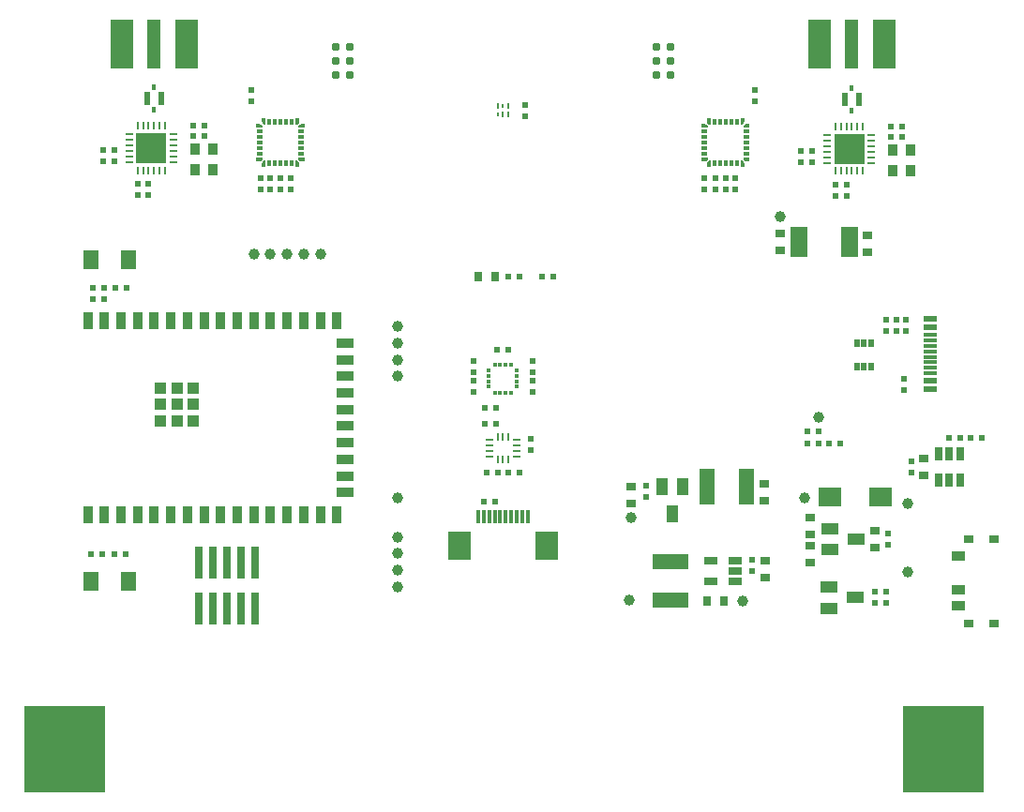
<source format=gbp>
G04*
G04 #@! TF.GenerationSoftware,Altium Limited,Altium Designer,22.1.2 (22)*
G04*
G04 Layer_Color=128*
%FSLAX25Y25*%
%MOIN*%
G70*
G04*
G04 #@! TF.SameCoordinates,C32A1214-328F-4996-A91D-0F4ED86882B3*
G04*
G04*
G04 #@! TF.FilePolarity,Positive*
G04*
G01*
G75*
%ADD16R,0.07874X0.17717*%
%ADD47R,0.04331X0.04331*%
%ADD48R,0.03543X0.05906*%
%ADD49R,0.05906X0.03543*%
%ADD50R,0.02000X0.02400*%
%ADD51R,0.01378X0.01181*%
%ADD52R,0.02165X0.01181*%
%ADD53R,0.01181X0.01378*%
%ADD54R,0.01181X0.02165*%
%ADD55R,0.10551X0.10551*%
%ADD56O,0.00866X0.02756*%
%ADD57O,0.02756X0.00866*%
%ADD58R,0.03543X0.03937*%
%ADD59R,0.02165X0.04921*%
%ADD60R,0.01378X0.02165*%
%ADD61R,0.02400X0.02000*%
%ADD62R,0.01181X0.01772*%
%ADD63R,0.01772X0.01181*%
%ADD64R,0.02657X0.00984*%
%ADD65R,0.00984X0.02657*%
%ADD66C,0.03098*%
%ADD67R,0.03500X0.02500*%
%ADD68C,0.03937*%
%ADD69R,0.02500X0.03500*%
%ADD70R,0.04724X0.02756*%
%ADD71R,0.05906X0.11024*%
%ADD72R,0.12992X0.05512*%
%ADD73R,0.02756X0.04724*%
%ADD74R,0.03937X0.05906*%
%ADD75R,0.05512X0.12992*%
%ADD76R,0.05906X0.03937*%
%ADD77R,0.07874X0.07087*%
%ADD78R,0.03780X0.03150*%
%ADD79R,0.04921X0.03543*%
%ADD80R,0.04921X0.02362*%
%ADD81R,0.04921X0.01181*%
%ADD82R,0.03150X0.11811*%
%ADD83R,0.01968X0.03150*%
%ADD84R,0.05512X0.06693*%
%ADD85R,0.00787X0.01968*%
%ADD86R,0.00787X0.01772*%
%ADD89R,0.28937X0.30591*%
%ADD90R,0.07874X0.09843*%
%ADD91R,0.01181X0.04921*%
%ADD92R,0.04724X0.17717*%
G36*
X91634Y256299D02*
X91043Y255709D01*
X90158D01*
Y256890D01*
X91634D01*
Y256299D01*
D02*
G37*
G36*
X92716Y254331D02*
X91535D01*
Y255217D01*
X92126Y255807D01*
X92716D01*
Y254331D01*
D02*
G37*
G36*
Y268602D02*
X92126D01*
X91535Y269193D01*
Y270079D01*
X92716D01*
Y268602D01*
D02*
G37*
G36*
X91634Y268110D02*
Y267520D01*
X90158D01*
Y268701D01*
X91043D01*
X91634Y268110D01*
D02*
G37*
G36*
X105905Y255709D02*
X105020D01*
X104429Y256299D01*
Y256890D01*
X105905D01*
Y255709D01*
D02*
G37*
G36*
X104528Y255217D02*
Y254331D01*
X103347D01*
Y255807D01*
X103937D01*
X104528Y255217D01*
D02*
G37*
G36*
Y269193D02*
X103937Y268602D01*
X103347D01*
Y270079D01*
X104528D01*
Y269193D01*
D02*
G37*
G36*
X105905Y267520D02*
X104429D01*
Y268110D01*
X105020Y268701D01*
X105905D01*
Y267520D01*
D02*
G37*
G36*
X249902Y256299D02*
X249311Y255709D01*
X248425D01*
Y256890D01*
X249902D01*
Y256299D01*
D02*
G37*
G36*
X250984Y254331D02*
X249803D01*
Y255217D01*
X250394Y255807D01*
X250984D01*
Y254331D01*
D02*
G37*
G36*
Y268602D02*
X250394D01*
X249803Y269193D01*
Y270079D01*
X250984D01*
Y268602D01*
D02*
G37*
G36*
X249902Y268110D02*
Y267520D01*
X248425D01*
Y268701D01*
X249311D01*
X249902Y268110D01*
D02*
G37*
G36*
X264173Y255709D02*
X263287D01*
X262697Y256299D01*
Y256890D01*
X264173D01*
Y255709D01*
D02*
G37*
G36*
X262795Y255217D02*
Y254331D01*
X261614D01*
Y255807D01*
X262205D01*
X262795Y255217D01*
D02*
G37*
G36*
Y269193D02*
X262205Y268602D01*
X261614D01*
Y270079D01*
X262795D01*
Y269193D01*
D02*
G37*
G36*
X264173Y267520D02*
X262697D01*
Y268110D01*
X263287Y268701D01*
X264173D01*
Y267520D01*
D02*
G37*
D16*
X64567Y297244D02*
D03*
X41732D02*
D03*
X312598D02*
D03*
X289764D02*
D03*
D47*
X61221Y169055D02*
D03*
Y174961D02*
D03*
Y163150D02*
D03*
X67126Y174961D02*
D03*
Y169055D02*
D03*
Y163150D02*
D03*
X55315Y174961D02*
D03*
Y169055D02*
D03*
Y163150D02*
D03*
D48*
X29528Y198819D02*
D03*
X35433D02*
D03*
X41339D02*
D03*
X47244D02*
D03*
X53150D02*
D03*
X59055D02*
D03*
X64961D02*
D03*
X70866D02*
D03*
X76772D02*
D03*
X82677D02*
D03*
X88583D02*
D03*
X94488D02*
D03*
X100394D02*
D03*
X106299D02*
D03*
X112205D02*
D03*
X118110D02*
D03*
X29528Y129921D02*
D03*
X35433D02*
D03*
X41339D02*
D03*
X47244D02*
D03*
X53150D02*
D03*
X59055D02*
D03*
X64961D02*
D03*
X70866D02*
D03*
X76772D02*
D03*
X82677D02*
D03*
X88583D02*
D03*
X94488D02*
D03*
X100394D02*
D03*
X106299D02*
D03*
X112205D02*
D03*
X118110D02*
D03*
D49*
X121063Y190945D02*
D03*
Y185039D02*
D03*
Y179134D02*
D03*
Y173228D02*
D03*
Y167323D02*
D03*
Y161417D02*
D03*
Y155512D02*
D03*
Y149606D02*
D03*
Y143701D02*
D03*
Y137795D02*
D03*
D50*
X42945Y115748D02*
D03*
X38945D02*
D03*
X66898Y268110D02*
D03*
X70898D02*
D03*
Y264567D02*
D03*
X66898D02*
D03*
X174835Y162205D02*
D03*
X170835D02*
D03*
X171228Y144882D02*
D03*
X175228D02*
D03*
X183102D02*
D03*
X179102D02*
D03*
X179165Y188583D02*
D03*
X175165D02*
D03*
X174835Y167717D02*
D03*
X170835D02*
D03*
X314929Y264272D02*
D03*
X318929D02*
D03*
X314929Y267815D02*
D03*
X318929D02*
D03*
X343276Y157087D02*
D03*
X347276D02*
D03*
X335795D02*
D03*
X339795D02*
D03*
X292882Y155118D02*
D03*
X296882D02*
D03*
X285402Y159449D02*
D03*
X289402D02*
D03*
Y155118D02*
D03*
X285402D02*
D03*
X34677Y115748D02*
D03*
X30677D02*
D03*
X35465Y210630D02*
D03*
X31465D02*
D03*
X35465Y206693D02*
D03*
X31465D02*
D03*
X43339Y210630D02*
D03*
X39339D02*
D03*
X179102Y214567D02*
D03*
X183102D02*
D03*
X194913D02*
D03*
X190913D02*
D03*
X170441Y134646D02*
D03*
X174441D02*
D03*
D51*
X264173Y256299D02*
D03*
Y268110D02*
D03*
X248425D02*
D03*
Y256299D02*
D03*
X105905D02*
D03*
Y268110D02*
D03*
X90158D02*
D03*
Y256299D02*
D03*
D52*
X263779Y258268D02*
D03*
Y260236D02*
D03*
Y262205D02*
D03*
Y264173D02*
D03*
Y266142D02*
D03*
X248819D02*
D03*
Y264173D02*
D03*
Y262205D02*
D03*
Y260236D02*
D03*
Y258268D02*
D03*
X105512D02*
D03*
Y260236D02*
D03*
Y262205D02*
D03*
Y264173D02*
D03*
Y266142D02*
D03*
X90551D02*
D03*
Y264173D02*
D03*
Y262205D02*
D03*
Y260236D02*
D03*
Y258268D02*
D03*
D53*
X262205Y270079D02*
D03*
X250394D02*
D03*
Y254331D02*
D03*
X262205D02*
D03*
X103937Y270079D02*
D03*
X92126D02*
D03*
Y254331D02*
D03*
X103937D02*
D03*
D54*
X260236Y269685D02*
D03*
X258268D02*
D03*
X256299D02*
D03*
X254331D02*
D03*
X252362D02*
D03*
Y254724D02*
D03*
X254331D02*
D03*
X256299D02*
D03*
X258268D02*
D03*
X260236D02*
D03*
X101969Y269685D02*
D03*
X100000D02*
D03*
X98032D02*
D03*
X96063D02*
D03*
X94095D02*
D03*
Y254724D02*
D03*
X96063D02*
D03*
X98032D02*
D03*
X100000D02*
D03*
X101969D02*
D03*
D55*
X52165Y260236D02*
D03*
X300197Y259941D02*
D03*
D56*
X57087Y268110D02*
D03*
X55118D02*
D03*
X53150D02*
D03*
X51181D02*
D03*
X49213D02*
D03*
X47244D02*
D03*
Y252362D02*
D03*
X49213D02*
D03*
X51181D02*
D03*
X53150D02*
D03*
X55118D02*
D03*
X57087D02*
D03*
X305118Y252067D02*
D03*
X303150D02*
D03*
X301181D02*
D03*
X299213D02*
D03*
X297244D02*
D03*
X295276D02*
D03*
Y267815D02*
D03*
X297244D02*
D03*
X299213D02*
D03*
X301181D02*
D03*
X303150D02*
D03*
X305118D02*
D03*
D57*
X44291Y265158D02*
D03*
Y263189D02*
D03*
Y261221D02*
D03*
Y259252D02*
D03*
Y257283D02*
D03*
Y255315D02*
D03*
X60039D02*
D03*
Y257283D02*
D03*
Y259252D02*
D03*
Y261221D02*
D03*
Y263189D02*
D03*
Y265158D02*
D03*
X308071Y264862D02*
D03*
Y262894D02*
D03*
Y260925D02*
D03*
Y258957D02*
D03*
Y256988D02*
D03*
Y255020D02*
D03*
X292323D02*
D03*
Y256988D02*
D03*
Y258957D02*
D03*
Y260925D02*
D03*
Y262894D02*
D03*
Y264862D02*
D03*
D58*
X67766Y259941D02*
D03*
X73966Y252658D02*
D03*
X67766D02*
D03*
X73966Y259941D02*
D03*
X321998Y259646D02*
D03*
X315797Y252362D02*
D03*
X321998D02*
D03*
X315797Y259646D02*
D03*
D59*
X50591Y277953D02*
D03*
X55709D02*
D03*
X303740Y277658D02*
D03*
X298622D02*
D03*
D60*
X53150Y281988D02*
D03*
Y273917D02*
D03*
X301181Y273622D02*
D03*
Y281693D02*
D03*
D61*
X38976Y255480D02*
D03*
Y259480D02*
D03*
X35039Y255480D02*
D03*
Y259480D02*
D03*
X47244Y243669D02*
D03*
Y247669D02*
D03*
X51181Y243669D02*
D03*
Y247669D02*
D03*
X309449Y102394D02*
D03*
Y98394D02*
D03*
X187795Y177591D02*
D03*
Y173591D02*
D03*
X166535Y184677D02*
D03*
Y180677D02*
D03*
X187795D02*
D03*
Y184677D02*
D03*
X166535Y177591D02*
D03*
Y173591D02*
D03*
X187008Y152724D02*
D03*
Y156724D02*
D03*
X256299Y249638D02*
D03*
Y245638D02*
D03*
X259842Y249638D02*
D03*
Y245638D02*
D03*
X248819Y249638D02*
D03*
Y245638D02*
D03*
X266535Y280740D02*
D03*
Y276740D02*
D03*
X252756Y249638D02*
D03*
Y245638D02*
D03*
X299213Y247374D02*
D03*
Y243374D02*
D03*
X295276Y247374D02*
D03*
Y243374D02*
D03*
X283071Y259185D02*
D03*
Y255185D02*
D03*
X287008Y259185D02*
D03*
Y255185D02*
D03*
X87795Y280740D02*
D03*
Y276740D02*
D03*
X94488Y249638D02*
D03*
Y245638D02*
D03*
X98032Y249638D02*
D03*
Y245638D02*
D03*
X101575Y249638D02*
D03*
Y245638D02*
D03*
X90945Y249638D02*
D03*
Y245638D02*
D03*
X313386Y102394D02*
D03*
Y98394D02*
D03*
X265748Y113811D02*
D03*
Y109811D02*
D03*
X322441Y148850D02*
D03*
Y144850D02*
D03*
X227953Y136189D02*
D03*
Y140189D02*
D03*
X314173Y119260D02*
D03*
Y123260D02*
D03*
X316929Y199244D02*
D03*
Y195244D02*
D03*
X319685Y174378D02*
D03*
Y178378D02*
D03*
X320472Y199244D02*
D03*
Y195244D02*
D03*
X313386D02*
D03*
Y199244D02*
D03*
X185039Y271622D02*
D03*
Y275622D02*
D03*
D62*
X178150Y173327D02*
D03*
X176181D02*
D03*
X174213D02*
D03*
Y183366D02*
D03*
X176181D02*
D03*
X180118D02*
D03*
X178150D02*
D03*
X180118Y173327D02*
D03*
D63*
X172146Y175394D02*
D03*
Y177362D02*
D03*
Y179331D02*
D03*
Y181299D02*
D03*
X182185Y181299D02*
D03*
Y179331D02*
D03*
Y177362D02*
D03*
Y175394D02*
D03*
D64*
X172195Y156496D02*
D03*
Y154528D02*
D03*
Y152559D02*
D03*
Y150591D02*
D03*
X182136D02*
D03*
Y152559D02*
D03*
Y154528D02*
D03*
Y156496D02*
D03*
D65*
X177165Y157496D02*
D03*
X175197D02*
D03*
X179134D02*
D03*
Y149591D02*
D03*
X175197D02*
D03*
X177165D02*
D03*
D66*
X236752Y296102D02*
D03*
X231752D02*
D03*
X236752Y291102D02*
D03*
X231752D02*
D03*
X236752Y286102D02*
D03*
X231752D02*
D03*
X122579Y296102D02*
D03*
X117579D02*
D03*
X122579Y291102D02*
D03*
X117579D02*
D03*
X122579Y286102D02*
D03*
X117579D02*
D03*
D67*
X275591Y229772D02*
D03*
Y223772D02*
D03*
X306693Y229378D02*
D03*
Y223378D02*
D03*
X270472Y107630D02*
D03*
Y113630D02*
D03*
X326772Y143850D02*
D03*
Y149850D02*
D03*
X270079Y134795D02*
D03*
Y140795D02*
D03*
X222835Y140008D02*
D03*
Y134008D02*
D03*
X286221Y122984D02*
D03*
Y128984D02*
D03*
X309449Y124260D02*
D03*
Y118260D02*
D03*
X286221Y112748D02*
D03*
Y118748D02*
D03*
D68*
X106299Y222441D02*
D03*
X112205D02*
D03*
X139764Y190945D02*
D03*
Y122047D02*
D03*
Y196850D02*
D03*
Y116142D02*
D03*
Y185039D02*
D03*
Y110236D02*
D03*
Y104331D02*
D03*
X320866Y133858D02*
D03*
X275591Y235827D02*
D03*
X139764Y135827D02*
D03*
Y179134D02*
D03*
X88583Y222441D02*
D03*
X94488D02*
D03*
X100394D02*
D03*
X320866Y109449D02*
D03*
X262205Y99213D02*
D03*
X222047Y99606D02*
D03*
X284252Y135827D02*
D03*
X222835Y128740D02*
D03*
X289370Y164567D02*
D03*
D69*
X255756Y99213D02*
D03*
X249756D02*
D03*
X168260Y214567D02*
D03*
X174260D02*
D03*
D70*
X259842Y106102D02*
D03*
Y113583D02*
D03*
X251181Y113583D02*
D03*
Y106102D02*
D03*
X259842Y109843D02*
D03*
D71*
X300197Y226772D02*
D03*
X282480D02*
D03*
D72*
X236614Y113189D02*
D03*
Y99410D02*
D03*
D73*
X332087Y142126D02*
D03*
X339567D02*
D03*
Y151575D02*
D03*
X335827D02*
D03*
X332087D02*
D03*
X335827Y142126D02*
D03*
D74*
X237402Y130315D02*
D03*
X233661Y139764D02*
D03*
X241142D02*
D03*
D75*
X263583D02*
D03*
X249803D02*
D03*
D76*
X302362Y100394D02*
D03*
X292913Y96653D02*
D03*
Y104134D02*
D03*
X302756Y121260D02*
D03*
X293307Y117520D02*
D03*
Y125000D02*
D03*
D77*
Y136221D02*
D03*
X311417D02*
D03*
D78*
X351713Y91339D02*
D03*
X342776D02*
D03*
X351713Y121260D02*
D03*
X342776D02*
D03*
D79*
X339075Y97441D02*
D03*
Y103347D02*
D03*
Y115157D02*
D03*
D80*
X329035Y174409D02*
D03*
Y177559D02*
D03*
Y196457D02*
D03*
Y199606D02*
D03*
D81*
Y180118D02*
D03*
Y182087D02*
D03*
Y184055D02*
D03*
Y186024D02*
D03*
Y187992D02*
D03*
Y189961D02*
D03*
Y191929D02*
D03*
Y193898D02*
D03*
D82*
X68898Y112992D02*
D03*
Y96457D02*
D03*
X73898Y112992D02*
D03*
Y96457D02*
D03*
X78898Y112992D02*
D03*
Y96457D02*
D03*
X83898Y112992D02*
D03*
Y96457D02*
D03*
X88898Y112992D02*
D03*
Y96457D02*
D03*
D83*
X308071Y190748D02*
D03*
X302953D02*
D03*
X305511Y182480D02*
D03*
X308071D02*
D03*
X302953D02*
D03*
X305512Y190748D02*
D03*
D84*
X30709Y106299D02*
D03*
X44094D02*
D03*
X30709Y220472D02*
D03*
X44094D02*
D03*
D85*
X175197Y275098D02*
D03*
X179134D02*
D03*
Y272146D02*
D03*
X177165D02*
D03*
D86*
Y275098D02*
D03*
X175197Y272146D02*
D03*
D89*
X333539Y46390D02*
D03*
X21492D02*
D03*
D90*
X192677Y118947D02*
D03*
X161653D02*
D03*
D91*
X168307Y129085D02*
D03*
X170276D02*
D03*
X172244D02*
D03*
X174213D02*
D03*
X176181D02*
D03*
X178150D02*
D03*
X180118D02*
D03*
X182087D02*
D03*
X184055D02*
D03*
X186024D02*
D03*
D92*
X53150Y297244D02*
D03*
X301181D02*
D03*
M02*

</source>
